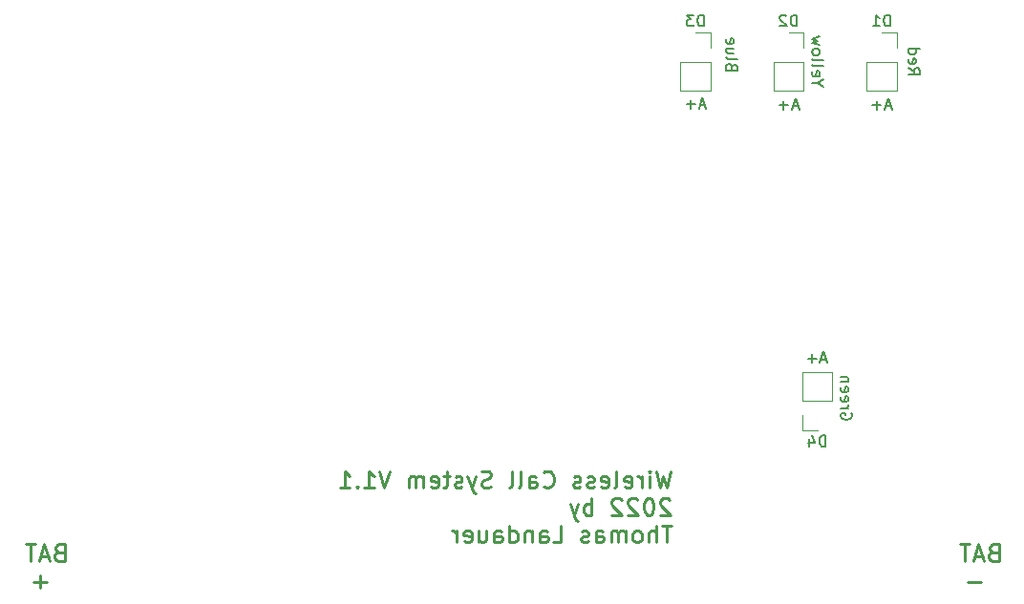
<source format=gbo>
%TF.GenerationSoftware,KiCad,Pcbnew,(6.0.7)*%
%TF.CreationDate,2022-10-31T09:28:38+01:00*%
%TF.ProjectId,Callsystem,43616c6c-7379-4737-9465-6d2e6b696361,1*%
%TF.SameCoordinates,Original*%
%TF.FileFunction,Legend,Bot*%
%TF.FilePolarity,Positive*%
%FSLAX46Y46*%
G04 Gerber Fmt 4.6, Leading zero omitted, Abs format (unit mm)*
G04 Created by KiCad (PCBNEW (6.0.7)) date 2022-10-31 09:28:38*
%MOMM*%
%LPD*%
G01*
G04 APERTURE LIST*
%ADD10C,0.150000*%
%ADD11C,0.250000*%
%ADD12C,0.120000*%
%ADD13O,2.000000X1.100000*%
%ADD14R,1.700000X1.700000*%
%ADD15O,1.700000X1.700000*%
%ADD16C,3.200000*%
%ADD17R,1.600000X1.600000*%
%ADD18O,1.600000X1.600000*%
%ADD19C,1.440000*%
%ADD20R,3.500000X3.500000*%
%ADD21C,3.500000*%
%ADD22R,2.000000X2.000000*%
%ADD23C,2.000000*%
%ADD24C,1.700000*%
G04 APERTURE END LIST*
D10*
X124483809Y-57168571D02*
X124007619Y-57168571D01*
X125007619Y-57501904D02*
X124483809Y-57168571D01*
X125007619Y-56835238D01*
X124055238Y-56120952D02*
X124007619Y-56216190D01*
X124007619Y-56406666D01*
X124055238Y-56501904D01*
X124150476Y-56549523D01*
X124531428Y-56549523D01*
X124626666Y-56501904D01*
X124674285Y-56406666D01*
X124674285Y-56216190D01*
X124626666Y-56120952D01*
X124531428Y-56073333D01*
X124436190Y-56073333D01*
X124340952Y-56549523D01*
X124007619Y-55501904D02*
X124055238Y-55597142D01*
X124150476Y-55644761D01*
X125007619Y-55644761D01*
X124007619Y-54978095D02*
X124055238Y-55073333D01*
X124150476Y-55120952D01*
X125007619Y-55120952D01*
X124007619Y-54454285D02*
X124055238Y-54549523D01*
X124102857Y-54597142D01*
X124198095Y-54644761D01*
X124483809Y-54644761D01*
X124579047Y-54597142D01*
X124626666Y-54549523D01*
X124674285Y-54454285D01*
X124674285Y-54311428D01*
X124626666Y-54216190D01*
X124579047Y-54168571D01*
X124483809Y-54120952D01*
X124198095Y-54120952D01*
X124102857Y-54168571D01*
X124055238Y-54216190D01*
X124007619Y-54311428D01*
X124007619Y-54454285D01*
X124674285Y-53787619D02*
X124007619Y-53597142D01*
X124483809Y-53406666D01*
X124007619Y-53216190D01*
X124674285Y-53025714D01*
X131007142Y-59191666D02*
X130530952Y-59191666D01*
X131102380Y-59477380D02*
X130769047Y-58477380D01*
X130435714Y-59477380D01*
X130102380Y-59096428D02*
X129340476Y-59096428D01*
X129721428Y-59477380D02*
X129721428Y-58715476D01*
X114532142Y-59116666D02*
X114055952Y-59116666D01*
X114627380Y-59402380D02*
X114294047Y-58402380D01*
X113960714Y-59402380D01*
X113627380Y-59021428D02*
X112865476Y-59021428D01*
X113246428Y-59402380D02*
X113246428Y-58640476D01*
X116911428Y-55681428D02*
X116863809Y-55538571D01*
X116816190Y-55490952D01*
X116720952Y-55443333D01*
X116578095Y-55443333D01*
X116482857Y-55490952D01*
X116435238Y-55538571D01*
X116387619Y-55633809D01*
X116387619Y-56014761D01*
X117387619Y-56014761D01*
X117387619Y-55681428D01*
X117340000Y-55586190D01*
X117292380Y-55538571D01*
X117197142Y-55490952D01*
X117101904Y-55490952D01*
X117006666Y-55538571D01*
X116959047Y-55586190D01*
X116911428Y-55681428D01*
X116911428Y-56014761D01*
X116387619Y-54871904D02*
X116435238Y-54967142D01*
X116530476Y-55014761D01*
X117387619Y-55014761D01*
X117054285Y-54062380D02*
X116387619Y-54062380D01*
X117054285Y-54490952D02*
X116530476Y-54490952D01*
X116435238Y-54443333D01*
X116387619Y-54348095D01*
X116387619Y-54205238D01*
X116435238Y-54110000D01*
X116482857Y-54062380D01*
X116435238Y-53205238D02*
X116387619Y-53300476D01*
X116387619Y-53490952D01*
X116435238Y-53586190D01*
X116530476Y-53633809D01*
X116911428Y-53633809D01*
X117006666Y-53586190D01*
X117054285Y-53490952D01*
X117054285Y-53300476D01*
X117006666Y-53205238D01*
X116911428Y-53157619D01*
X116816190Y-53157619D01*
X116720952Y-53633809D01*
D11*
X111459414Y-91556371D02*
X111102271Y-93056371D01*
X110816557Y-91984942D01*
X110530842Y-93056371D01*
X110173700Y-91556371D01*
X109602271Y-93056371D02*
X109602271Y-92056371D01*
X109602271Y-91556371D02*
X109673700Y-91627800D01*
X109602271Y-91699228D01*
X109530842Y-91627800D01*
X109602271Y-91556371D01*
X109602271Y-91699228D01*
X108887985Y-93056371D02*
X108887985Y-92056371D01*
X108887985Y-92342085D02*
X108816557Y-92199228D01*
X108745128Y-92127800D01*
X108602271Y-92056371D01*
X108459414Y-92056371D01*
X107387985Y-92984942D02*
X107530842Y-93056371D01*
X107816557Y-93056371D01*
X107959414Y-92984942D01*
X108030842Y-92842085D01*
X108030842Y-92270657D01*
X107959414Y-92127800D01*
X107816557Y-92056371D01*
X107530842Y-92056371D01*
X107387985Y-92127800D01*
X107316557Y-92270657D01*
X107316557Y-92413514D01*
X108030842Y-92556371D01*
X106459414Y-93056371D02*
X106602271Y-92984942D01*
X106673700Y-92842085D01*
X106673700Y-91556371D01*
X105316557Y-92984942D02*
X105459414Y-93056371D01*
X105745128Y-93056371D01*
X105887985Y-92984942D01*
X105959414Y-92842085D01*
X105959414Y-92270657D01*
X105887985Y-92127800D01*
X105745128Y-92056371D01*
X105459414Y-92056371D01*
X105316557Y-92127800D01*
X105245128Y-92270657D01*
X105245128Y-92413514D01*
X105959414Y-92556371D01*
X104673700Y-92984942D02*
X104530842Y-93056371D01*
X104245128Y-93056371D01*
X104102271Y-92984942D01*
X104030842Y-92842085D01*
X104030842Y-92770657D01*
X104102271Y-92627800D01*
X104245128Y-92556371D01*
X104459414Y-92556371D01*
X104602271Y-92484942D01*
X104673700Y-92342085D01*
X104673700Y-92270657D01*
X104602271Y-92127800D01*
X104459414Y-92056371D01*
X104245128Y-92056371D01*
X104102271Y-92127800D01*
X103459414Y-92984942D02*
X103316557Y-93056371D01*
X103030842Y-93056371D01*
X102887985Y-92984942D01*
X102816557Y-92842085D01*
X102816557Y-92770657D01*
X102887985Y-92627800D01*
X103030842Y-92556371D01*
X103245128Y-92556371D01*
X103387985Y-92484942D01*
X103459414Y-92342085D01*
X103459414Y-92270657D01*
X103387985Y-92127800D01*
X103245128Y-92056371D01*
X103030842Y-92056371D01*
X102887985Y-92127800D01*
X100173700Y-92913514D02*
X100245128Y-92984942D01*
X100459414Y-93056371D01*
X100602271Y-93056371D01*
X100816557Y-92984942D01*
X100959414Y-92842085D01*
X101030842Y-92699228D01*
X101102271Y-92413514D01*
X101102271Y-92199228D01*
X101030842Y-91913514D01*
X100959414Y-91770657D01*
X100816557Y-91627800D01*
X100602271Y-91556371D01*
X100459414Y-91556371D01*
X100245128Y-91627800D01*
X100173700Y-91699228D01*
X98887985Y-93056371D02*
X98887985Y-92270657D01*
X98959414Y-92127800D01*
X99102271Y-92056371D01*
X99387985Y-92056371D01*
X99530842Y-92127800D01*
X98887985Y-92984942D02*
X99030842Y-93056371D01*
X99387985Y-93056371D01*
X99530842Y-92984942D01*
X99602271Y-92842085D01*
X99602271Y-92699228D01*
X99530842Y-92556371D01*
X99387985Y-92484942D01*
X99030842Y-92484942D01*
X98887985Y-92413514D01*
X97959414Y-93056371D02*
X98102271Y-92984942D01*
X98173700Y-92842085D01*
X98173700Y-91556371D01*
X97173700Y-93056371D02*
X97316557Y-92984942D01*
X97387985Y-92842085D01*
X97387985Y-91556371D01*
X95530842Y-92984942D02*
X95316557Y-93056371D01*
X94959414Y-93056371D01*
X94816557Y-92984942D01*
X94745128Y-92913514D01*
X94673700Y-92770657D01*
X94673700Y-92627800D01*
X94745128Y-92484942D01*
X94816557Y-92413514D01*
X94959414Y-92342085D01*
X95245128Y-92270657D01*
X95387985Y-92199228D01*
X95459414Y-92127800D01*
X95530842Y-91984942D01*
X95530842Y-91842085D01*
X95459414Y-91699228D01*
X95387985Y-91627800D01*
X95245128Y-91556371D01*
X94887985Y-91556371D01*
X94673700Y-91627800D01*
X94173700Y-92056371D02*
X93816557Y-93056371D01*
X93459414Y-92056371D02*
X93816557Y-93056371D01*
X93959414Y-93413514D01*
X94030842Y-93484942D01*
X94173700Y-93556371D01*
X92959414Y-92984942D02*
X92816557Y-93056371D01*
X92530842Y-93056371D01*
X92387985Y-92984942D01*
X92316557Y-92842085D01*
X92316557Y-92770657D01*
X92387985Y-92627800D01*
X92530842Y-92556371D01*
X92745128Y-92556371D01*
X92887985Y-92484942D01*
X92959414Y-92342085D01*
X92959414Y-92270657D01*
X92887985Y-92127800D01*
X92745128Y-92056371D01*
X92530842Y-92056371D01*
X92387985Y-92127800D01*
X91887985Y-92056371D02*
X91316557Y-92056371D01*
X91673700Y-91556371D02*
X91673700Y-92842085D01*
X91602271Y-92984942D01*
X91459414Y-93056371D01*
X91316557Y-93056371D01*
X90245128Y-92984942D02*
X90387985Y-93056371D01*
X90673700Y-93056371D01*
X90816557Y-92984942D01*
X90887985Y-92842085D01*
X90887985Y-92270657D01*
X90816557Y-92127800D01*
X90673700Y-92056371D01*
X90387985Y-92056371D01*
X90245128Y-92127800D01*
X90173700Y-92270657D01*
X90173700Y-92413514D01*
X90887985Y-92556371D01*
X89530842Y-93056371D02*
X89530842Y-92056371D01*
X89530842Y-92199228D02*
X89459414Y-92127800D01*
X89316557Y-92056371D01*
X89102271Y-92056371D01*
X88959414Y-92127800D01*
X88887985Y-92270657D01*
X88887985Y-93056371D01*
X88887985Y-92270657D02*
X88816557Y-92127800D01*
X88673700Y-92056371D01*
X88459414Y-92056371D01*
X88316557Y-92127800D01*
X88245128Y-92270657D01*
X88245128Y-93056371D01*
X86602271Y-91556371D02*
X86102271Y-93056371D01*
X85602271Y-91556371D01*
X84316557Y-93056371D02*
X85173700Y-93056371D01*
X84745128Y-93056371D02*
X84745128Y-91556371D01*
X84887985Y-91770657D01*
X85030842Y-91913514D01*
X85173700Y-91984942D01*
X83673700Y-92913514D02*
X83602271Y-92984942D01*
X83673700Y-93056371D01*
X83745128Y-92984942D01*
X83673700Y-92913514D01*
X83673700Y-93056371D01*
X82173700Y-93056371D02*
X83030842Y-93056371D01*
X82602271Y-93056371D02*
X82602271Y-91556371D01*
X82745128Y-91770657D01*
X82887985Y-91913514D01*
X83030842Y-91984942D01*
X111387985Y-94114228D02*
X111316557Y-94042800D01*
X111173700Y-93971371D01*
X110816557Y-93971371D01*
X110673700Y-94042800D01*
X110602271Y-94114228D01*
X110530842Y-94257085D01*
X110530842Y-94399942D01*
X110602271Y-94614228D01*
X111459414Y-95471371D01*
X110530842Y-95471371D01*
X109602271Y-93971371D02*
X109459414Y-93971371D01*
X109316557Y-94042800D01*
X109245128Y-94114228D01*
X109173700Y-94257085D01*
X109102271Y-94542800D01*
X109102271Y-94899942D01*
X109173700Y-95185657D01*
X109245128Y-95328514D01*
X109316557Y-95399942D01*
X109459414Y-95471371D01*
X109602271Y-95471371D01*
X109745128Y-95399942D01*
X109816557Y-95328514D01*
X109887985Y-95185657D01*
X109959414Y-94899942D01*
X109959414Y-94542800D01*
X109887985Y-94257085D01*
X109816557Y-94114228D01*
X109745128Y-94042800D01*
X109602271Y-93971371D01*
X108530842Y-94114228D02*
X108459414Y-94042800D01*
X108316557Y-93971371D01*
X107959414Y-93971371D01*
X107816557Y-94042800D01*
X107745128Y-94114228D01*
X107673700Y-94257085D01*
X107673700Y-94399942D01*
X107745128Y-94614228D01*
X108602271Y-95471371D01*
X107673700Y-95471371D01*
X107102271Y-94114228D02*
X107030842Y-94042800D01*
X106887985Y-93971371D01*
X106530842Y-93971371D01*
X106387985Y-94042800D01*
X106316557Y-94114228D01*
X106245128Y-94257085D01*
X106245128Y-94399942D01*
X106316557Y-94614228D01*
X107173700Y-95471371D01*
X106245128Y-95471371D01*
X104459414Y-95471371D02*
X104459414Y-93971371D01*
X104459414Y-94542800D02*
X104316557Y-94471371D01*
X104030842Y-94471371D01*
X103887985Y-94542800D01*
X103816557Y-94614228D01*
X103745128Y-94757085D01*
X103745128Y-95185657D01*
X103816557Y-95328514D01*
X103887985Y-95399942D01*
X104030842Y-95471371D01*
X104316557Y-95471371D01*
X104459414Y-95399942D01*
X103245128Y-94471371D02*
X102887985Y-95471371D01*
X102530842Y-94471371D02*
X102887985Y-95471371D01*
X103030842Y-95828514D01*
X103102271Y-95899942D01*
X103245128Y-95971371D01*
X111530842Y-96386371D02*
X110673700Y-96386371D01*
X111102271Y-97886371D02*
X111102271Y-96386371D01*
X110173700Y-97886371D02*
X110173700Y-96386371D01*
X109530842Y-97886371D02*
X109530842Y-97100657D01*
X109602271Y-96957800D01*
X109745128Y-96886371D01*
X109959414Y-96886371D01*
X110102271Y-96957800D01*
X110173700Y-97029228D01*
X108602271Y-97886371D02*
X108745128Y-97814942D01*
X108816557Y-97743514D01*
X108887985Y-97600657D01*
X108887985Y-97172085D01*
X108816557Y-97029228D01*
X108745128Y-96957800D01*
X108602271Y-96886371D01*
X108387985Y-96886371D01*
X108245128Y-96957800D01*
X108173700Y-97029228D01*
X108102271Y-97172085D01*
X108102271Y-97600657D01*
X108173700Y-97743514D01*
X108245128Y-97814942D01*
X108387985Y-97886371D01*
X108602271Y-97886371D01*
X107459414Y-97886371D02*
X107459414Y-96886371D01*
X107459414Y-97029228D02*
X107387985Y-96957800D01*
X107245128Y-96886371D01*
X107030842Y-96886371D01*
X106887985Y-96957800D01*
X106816557Y-97100657D01*
X106816557Y-97886371D01*
X106816557Y-97100657D02*
X106745128Y-96957800D01*
X106602271Y-96886371D01*
X106387985Y-96886371D01*
X106245128Y-96957800D01*
X106173700Y-97100657D01*
X106173700Y-97886371D01*
X104816557Y-97886371D02*
X104816557Y-97100657D01*
X104887985Y-96957800D01*
X105030842Y-96886371D01*
X105316557Y-96886371D01*
X105459414Y-96957800D01*
X104816557Y-97814942D02*
X104959414Y-97886371D01*
X105316557Y-97886371D01*
X105459414Y-97814942D01*
X105530842Y-97672085D01*
X105530842Y-97529228D01*
X105459414Y-97386371D01*
X105316557Y-97314942D01*
X104959414Y-97314942D01*
X104816557Y-97243514D01*
X104173700Y-97814942D02*
X104030842Y-97886371D01*
X103745128Y-97886371D01*
X103602271Y-97814942D01*
X103530842Y-97672085D01*
X103530842Y-97600657D01*
X103602271Y-97457800D01*
X103745128Y-97386371D01*
X103959414Y-97386371D01*
X104102271Y-97314942D01*
X104173700Y-97172085D01*
X104173700Y-97100657D01*
X104102271Y-96957800D01*
X103959414Y-96886371D01*
X103745128Y-96886371D01*
X103602271Y-96957800D01*
X101030842Y-97886371D02*
X101745128Y-97886371D01*
X101745128Y-96386371D01*
X99887985Y-97886371D02*
X99887985Y-97100657D01*
X99959414Y-96957800D01*
X100102271Y-96886371D01*
X100387985Y-96886371D01*
X100530842Y-96957800D01*
X99887985Y-97814942D02*
X100030842Y-97886371D01*
X100387985Y-97886371D01*
X100530842Y-97814942D01*
X100602271Y-97672085D01*
X100602271Y-97529228D01*
X100530842Y-97386371D01*
X100387985Y-97314942D01*
X100030842Y-97314942D01*
X99887985Y-97243514D01*
X99173700Y-96886371D02*
X99173700Y-97886371D01*
X99173700Y-97029228D02*
X99102271Y-96957800D01*
X98959414Y-96886371D01*
X98745128Y-96886371D01*
X98602271Y-96957800D01*
X98530842Y-97100657D01*
X98530842Y-97886371D01*
X97173700Y-97886371D02*
X97173700Y-96386371D01*
X97173700Y-97814942D02*
X97316557Y-97886371D01*
X97602271Y-97886371D01*
X97745128Y-97814942D01*
X97816557Y-97743514D01*
X97887985Y-97600657D01*
X97887985Y-97172085D01*
X97816557Y-97029228D01*
X97745128Y-96957800D01*
X97602271Y-96886371D01*
X97316557Y-96886371D01*
X97173700Y-96957800D01*
X95816557Y-97886371D02*
X95816557Y-97100657D01*
X95887985Y-96957800D01*
X96030842Y-96886371D01*
X96316557Y-96886371D01*
X96459414Y-96957800D01*
X95816557Y-97814942D02*
X95959414Y-97886371D01*
X96316557Y-97886371D01*
X96459414Y-97814942D01*
X96530842Y-97672085D01*
X96530842Y-97529228D01*
X96459414Y-97386371D01*
X96316557Y-97314942D01*
X95959414Y-97314942D01*
X95816557Y-97243514D01*
X94459414Y-96886371D02*
X94459414Y-97886371D01*
X95102271Y-96886371D02*
X95102271Y-97672085D01*
X95030842Y-97814942D01*
X94887985Y-97886371D01*
X94673700Y-97886371D01*
X94530842Y-97814942D01*
X94459414Y-97743514D01*
X93173700Y-97814942D02*
X93316557Y-97886371D01*
X93602271Y-97886371D01*
X93745128Y-97814942D01*
X93816557Y-97672085D01*
X93816557Y-97100657D01*
X93745128Y-96957800D01*
X93602271Y-96886371D01*
X93316557Y-96886371D01*
X93173700Y-96957800D01*
X93102271Y-97100657D01*
X93102271Y-97243514D01*
X93816557Y-97386371D01*
X92459414Y-97886371D02*
X92459414Y-96886371D01*
X92459414Y-97172085D02*
X92387985Y-97029228D01*
X92316557Y-96957800D01*
X92173700Y-96886371D01*
X92030842Y-96886371D01*
D10*
X122757142Y-59191666D02*
X122280952Y-59191666D01*
X122852380Y-59477380D02*
X122519047Y-58477380D01*
X122185714Y-59477380D01*
X121852380Y-59096428D02*
X121090476Y-59096428D01*
X121471428Y-59477380D02*
X121471428Y-58715476D01*
D11*
X140045142Y-98761357D02*
X139830857Y-98832785D01*
X139759428Y-98904214D01*
X139688000Y-99047071D01*
X139688000Y-99261357D01*
X139759428Y-99404214D01*
X139830857Y-99475642D01*
X139973714Y-99547071D01*
X140545142Y-99547071D01*
X140545142Y-98047071D01*
X140045142Y-98047071D01*
X139902285Y-98118500D01*
X139830857Y-98189928D01*
X139759428Y-98332785D01*
X139759428Y-98475642D01*
X139830857Y-98618500D01*
X139902285Y-98689928D01*
X140045142Y-98761357D01*
X140545142Y-98761357D01*
X139116571Y-99118500D02*
X138402285Y-99118500D01*
X139259428Y-99547071D02*
X138759428Y-98047071D01*
X138259428Y-99547071D01*
X137973714Y-98047071D02*
X137116571Y-98047071D01*
X137545142Y-99547071D02*
X137545142Y-98047071D01*
X138938000Y-101390642D02*
X137795142Y-101390642D01*
D10*
X125282142Y-81666666D02*
X124805952Y-81666666D01*
X125377380Y-81952380D02*
X125044047Y-80952380D01*
X124710714Y-81952380D01*
X124377380Y-81571428D02*
X123615476Y-81571428D01*
X123996428Y-81952380D02*
X123996428Y-81190476D01*
D11*
X57241142Y-98761357D02*
X57026857Y-98832785D01*
X56955428Y-98904214D01*
X56884000Y-99047071D01*
X56884000Y-99261357D01*
X56955428Y-99404214D01*
X57026857Y-99475642D01*
X57169714Y-99547071D01*
X57741142Y-99547071D01*
X57741142Y-98047071D01*
X57241142Y-98047071D01*
X57098285Y-98118500D01*
X57026857Y-98189928D01*
X56955428Y-98332785D01*
X56955428Y-98475642D01*
X57026857Y-98618500D01*
X57098285Y-98689928D01*
X57241142Y-98761357D01*
X57741142Y-98761357D01*
X56312571Y-99118500D02*
X55598285Y-99118500D01*
X56455428Y-99547071D02*
X55955428Y-98047071D01*
X55455428Y-99547071D01*
X55169714Y-98047071D02*
X54312571Y-98047071D01*
X54741142Y-99547071D02*
X54741142Y-98047071D01*
X56134000Y-101390642D02*
X54991142Y-101390642D01*
X55562571Y-101962071D02*
X55562571Y-100819214D01*
D10*
X132542019Y-55816428D02*
X133018209Y-56149761D01*
X132542019Y-56387857D02*
X133542019Y-56387857D01*
X133542019Y-56006904D01*
X133494400Y-55911666D01*
X133446780Y-55864047D01*
X133351542Y-55816428D01*
X133208685Y-55816428D01*
X133113447Y-55864047D01*
X133065828Y-55911666D01*
X133018209Y-56006904D01*
X133018209Y-56387857D01*
X132589638Y-55006904D02*
X132542019Y-55102142D01*
X132542019Y-55292619D01*
X132589638Y-55387857D01*
X132684876Y-55435476D01*
X133065828Y-55435476D01*
X133161066Y-55387857D01*
X133208685Y-55292619D01*
X133208685Y-55102142D01*
X133161066Y-55006904D01*
X133065828Y-54959285D01*
X132970590Y-54959285D01*
X132875352Y-55435476D01*
X132542019Y-54102142D02*
X133542019Y-54102142D01*
X132589638Y-54102142D02*
X132542019Y-54197380D01*
X132542019Y-54387857D01*
X132589638Y-54483095D01*
X132637257Y-54530714D01*
X132732495Y-54578333D01*
X133018209Y-54578333D01*
X133113447Y-54530714D01*
X133161066Y-54483095D01*
X133208685Y-54387857D01*
X133208685Y-54197380D01*
X133161066Y-54102142D01*
X127500000Y-86447142D02*
X127547619Y-86542380D01*
X127547619Y-86685238D01*
X127500000Y-86828095D01*
X127404761Y-86923333D01*
X127309523Y-86970952D01*
X127119047Y-87018571D01*
X126976190Y-87018571D01*
X126785714Y-86970952D01*
X126690476Y-86923333D01*
X126595238Y-86828095D01*
X126547619Y-86685238D01*
X126547619Y-86590000D01*
X126595238Y-86447142D01*
X126642857Y-86399523D01*
X126976190Y-86399523D01*
X126976190Y-86590000D01*
X126547619Y-85970952D02*
X127214285Y-85970952D01*
X127023809Y-85970952D02*
X127119047Y-85923333D01*
X127166666Y-85875714D01*
X127214285Y-85780476D01*
X127214285Y-85685238D01*
X126595238Y-84970952D02*
X126547619Y-85066190D01*
X126547619Y-85256666D01*
X126595238Y-85351904D01*
X126690476Y-85399523D01*
X127071428Y-85399523D01*
X127166666Y-85351904D01*
X127214285Y-85256666D01*
X127214285Y-85066190D01*
X127166666Y-84970952D01*
X127071428Y-84923333D01*
X126976190Y-84923333D01*
X126880952Y-85399523D01*
X126595238Y-84113809D02*
X126547619Y-84209047D01*
X126547619Y-84399523D01*
X126595238Y-84494761D01*
X126690476Y-84542380D01*
X127071428Y-84542380D01*
X127166666Y-84494761D01*
X127214285Y-84399523D01*
X127214285Y-84209047D01*
X127166666Y-84113809D01*
X127071428Y-84066190D01*
X126976190Y-84066190D01*
X126880952Y-84542380D01*
X127214285Y-83637619D02*
X126547619Y-83637619D01*
X127119047Y-83637619D02*
X127166666Y-83590000D01*
X127214285Y-83494761D01*
X127214285Y-83351904D01*
X127166666Y-83256666D01*
X127071428Y-83209047D01*
X126547619Y-83209047D01*
X125198095Y-89401380D02*
X125198095Y-88401380D01*
X124960000Y-88401380D01*
X124817142Y-88449000D01*
X124721904Y-88544238D01*
X124674285Y-88639476D01*
X124626666Y-88829952D01*
X124626666Y-88972809D01*
X124674285Y-89163285D01*
X124721904Y-89258523D01*
X124817142Y-89353761D01*
X124960000Y-89401380D01*
X125198095Y-89401380D01*
X123769523Y-88734714D02*
X123769523Y-89401380D01*
X124007619Y-88353761D02*
X124245714Y-89068047D01*
X123626666Y-89068047D01*
X130913095Y-52097380D02*
X130913095Y-51097380D01*
X130675000Y-51097380D01*
X130532142Y-51145000D01*
X130436904Y-51240238D01*
X130389285Y-51335476D01*
X130341666Y-51525952D01*
X130341666Y-51668809D01*
X130389285Y-51859285D01*
X130436904Y-51954523D01*
X130532142Y-52049761D01*
X130675000Y-52097380D01*
X130913095Y-52097380D01*
X129389285Y-52097380D02*
X129960714Y-52097380D01*
X129675000Y-52097380D02*
X129675000Y-51097380D01*
X129770238Y-51240238D01*
X129865476Y-51335476D01*
X129960714Y-51383095D01*
X122658095Y-52092380D02*
X122658095Y-51092380D01*
X122420000Y-51092380D01*
X122277142Y-51140000D01*
X122181904Y-51235238D01*
X122134285Y-51330476D01*
X122086666Y-51520952D01*
X122086666Y-51663809D01*
X122134285Y-51854285D01*
X122181904Y-51949523D01*
X122277142Y-52044761D01*
X122420000Y-52092380D01*
X122658095Y-52092380D01*
X121705714Y-51187619D02*
X121658095Y-51140000D01*
X121562857Y-51092380D01*
X121324761Y-51092380D01*
X121229523Y-51140000D01*
X121181904Y-51187619D01*
X121134285Y-51282857D01*
X121134285Y-51378095D01*
X121181904Y-51520952D01*
X121753333Y-52092380D01*
X121134285Y-52092380D01*
X114403095Y-52097380D02*
X114403095Y-51097380D01*
X114165000Y-51097380D01*
X114022142Y-51145000D01*
X113926904Y-51240238D01*
X113879285Y-51335476D01*
X113831666Y-51525952D01*
X113831666Y-51668809D01*
X113879285Y-51859285D01*
X113926904Y-51954523D01*
X114022142Y-52049761D01*
X114165000Y-52097380D01*
X114403095Y-52097380D01*
X113498333Y-51097380D02*
X112879285Y-51097380D01*
X113212619Y-51478333D01*
X113069761Y-51478333D01*
X112974523Y-51525952D01*
X112926904Y-51573571D01*
X112879285Y-51668809D01*
X112879285Y-51906904D01*
X112926904Y-52002142D01*
X112974523Y-52049761D01*
X113069761Y-52097380D01*
X113355476Y-52097380D01*
X113450714Y-52049761D01*
X113498333Y-52002142D01*
D12*
X123130000Y-87949000D02*
X124460000Y-87949000D01*
X123130000Y-86619000D02*
X123130000Y-87949000D01*
X125790000Y-85349000D02*
X125790000Y-82749000D01*
X123130000Y-82749000D02*
X125790000Y-82749000D01*
X123130000Y-85349000D02*
X125790000Y-85349000D01*
X123130000Y-85349000D02*
X123130000Y-82749000D01*
X131505000Y-52645000D02*
X130175000Y-52645000D01*
X131505000Y-55245000D02*
X131505000Y-57845000D01*
X131505000Y-53975000D02*
X131505000Y-52645000D01*
X131505000Y-55245000D02*
X128845000Y-55245000D01*
X131505000Y-57845000D02*
X128845000Y-57845000D01*
X128845000Y-55245000D02*
X128845000Y-57845000D01*
X123250000Y-52640000D02*
X121920000Y-52640000D01*
X123250000Y-53970000D02*
X123250000Y-52640000D01*
X123250000Y-55240000D02*
X123250000Y-57840000D01*
X120590000Y-55240000D02*
X120590000Y-57840000D01*
X123250000Y-57840000D02*
X120590000Y-57840000D01*
X123250000Y-55240000D02*
X120590000Y-55240000D01*
X114995000Y-57845000D02*
X112335000Y-57845000D01*
X114995000Y-52645000D02*
X113665000Y-52645000D01*
X114995000Y-55245000D02*
X112335000Y-55245000D01*
X114995000Y-55245000D02*
X114995000Y-57845000D01*
X112335000Y-55245000D02*
X112335000Y-57845000D01*
X114995000Y-53975000D02*
X114995000Y-52645000D01*
%LPC*%
D13*
X51930000Y-85660000D03*
X51930000Y-94300000D03*
X55730000Y-94300000D03*
X55730000Y-85660000D03*
D14*
X63251000Y-62865000D03*
D15*
X60711000Y-62865000D03*
D14*
X100076000Y-54478000D03*
D15*
X102616000Y-54478000D03*
D16*
X54000000Y-106000000D03*
D17*
X89950000Y-77620000D03*
D18*
X92490000Y-77620000D03*
X95030000Y-77620000D03*
X97570000Y-77620000D03*
X100110000Y-77620000D03*
X102650000Y-77620000D03*
X105190000Y-77620000D03*
X107730000Y-77620000D03*
X110270000Y-77620000D03*
X112810000Y-77620000D03*
X115350000Y-77620000D03*
X117890000Y-77620000D03*
X120430000Y-77620000D03*
X122970000Y-77620000D03*
X125510000Y-77620000D03*
X125510000Y-62380000D03*
X122970000Y-62380000D03*
X120430000Y-62380000D03*
X117890000Y-62380000D03*
X115350000Y-62380000D03*
X112810000Y-62380000D03*
X110270000Y-62380000D03*
X107730000Y-62380000D03*
X105190000Y-62380000D03*
X102650000Y-62380000D03*
X100110000Y-62380000D03*
X97570000Y-62380000D03*
X95030000Y-62380000D03*
X92490000Y-62380000D03*
X89950000Y-62380000D03*
D19*
X88646000Y-52832000D03*
X88646000Y-55372000D03*
X88646000Y-57912000D03*
D14*
X97404000Y-86868000D03*
D15*
X99944000Y-86868000D03*
D16*
X125755000Y-101000000D03*
X70145000Y-101000000D03*
D20*
X61500000Y-101000000D03*
D21*
X133500000Y-101000000D03*
D16*
X141000000Y-106000000D03*
D22*
X138430000Y-79385000D03*
D23*
X138430000Y-86985000D03*
D16*
X141000000Y-54000000D03*
X54000000Y-54000000D03*
D14*
X72190000Y-86526500D03*
D24*
X72190000Y-83986500D03*
X74730000Y-86526500D03*
X74730000Y-83986500D03*
X77270000Y-86526500D03*
X77270000Y-83986500D03*
X79810000Y-86526500D03*
X79810000Y-83986500D03*
D14*
X111516000Y-84836000D03*
D15*
X114056000Y-84836000D03*
X116596000Y-84836000D03*
X119136000Y-84836000D03*
D14*
X124460000Y-86619000D03*
D15*
X124460000Y-84079000D03*
D14*
X130175000Y-53975000D03*
D15*
X130175000Y-56515000D03*
D14*
X121920000Y-53970000D03*
D15*
X121920000Y-56510000D03*
D14*
X113665000Y-53975000D03*
D15*
X113665000Y-56515000D03*
M02*

</source>
